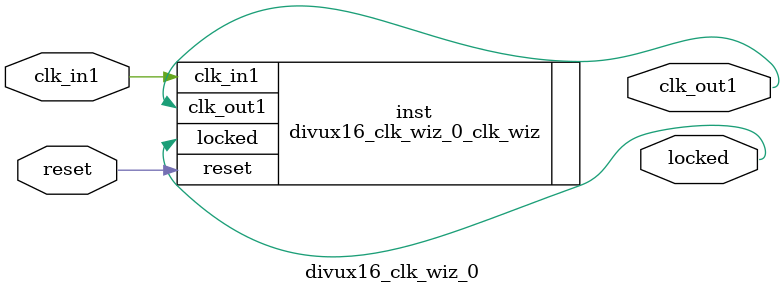
<source format=v>


`timescale 1ps/1ps

(* CORE_GENERATION_INFO = "divux16_clk_wiz_0,clk_wiz_v5_4_3_0,{component_name=divux16_clk_wiz_0,use_phase_alignment=true,use_min_o_jitter=false,use_max_i_jitter=false,use_dyn_phase_shift=false,use_inclk_switchover=false,use_dyn_reconfig=false,enable_axi=0,feedback_source=FDBK_AUTO,PRIMITIVE=MMCM,num_out_clk=1,clkin1_period=10.000,clkin2_period=10.000,use_power_down=false,use_reset=true,use_locked=true,use_inclk_stopped=false,feedback_type=SINGLE,CLOCK_MGR_TYPE=NA,manual_override=false}" *)

module divux16_clk_wiz_0 
 (
  // Clock out ports
  output        clk_out1,
  // Status and control signals
  input         reset,
  output        locked,
 // Clock in ports
  input         clk_in1
 );

  divux16_clk_wiz_0_clk_wiz inst
  (
  // Clock out ports  
  .clk_out1(clk_out1),
  // Status and control signals               
  .reset(reset), 
  .locked(locked),
 // Clock in ports
  .clk_in1(clk_in1)
  );

endmodule

</source>
